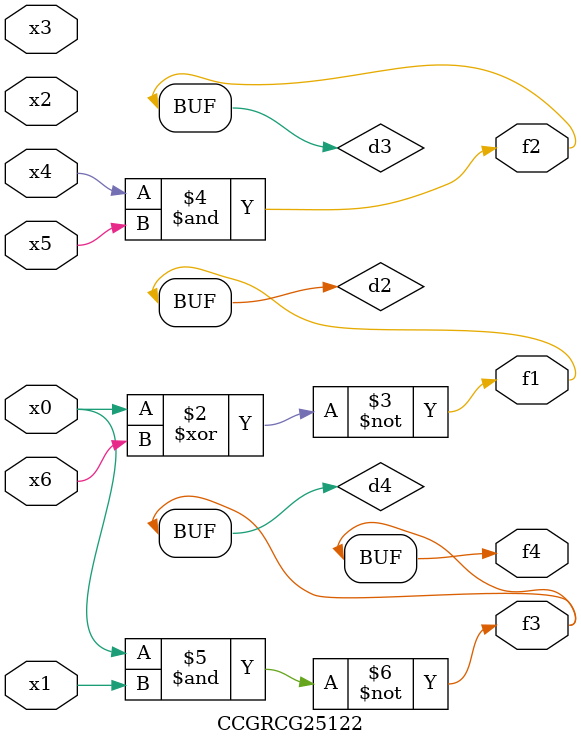
<source format=v>
module CCGRCG25122(
	input x0, x1, x2, x3, x4, x5, x6,
	output f1, f2, f3, f4
);

	wire d1, d2, d3, d4;

	nor (d1, x0);
	xnor (d2, x0, x6);
	and (d3, x4, x5);
	nand (d4, x0, x1);
	assign f1 = d2;
	assign f2 = d3;
	assign f3 = d4;
	assign f4 = d4;
endmodule

</source>
